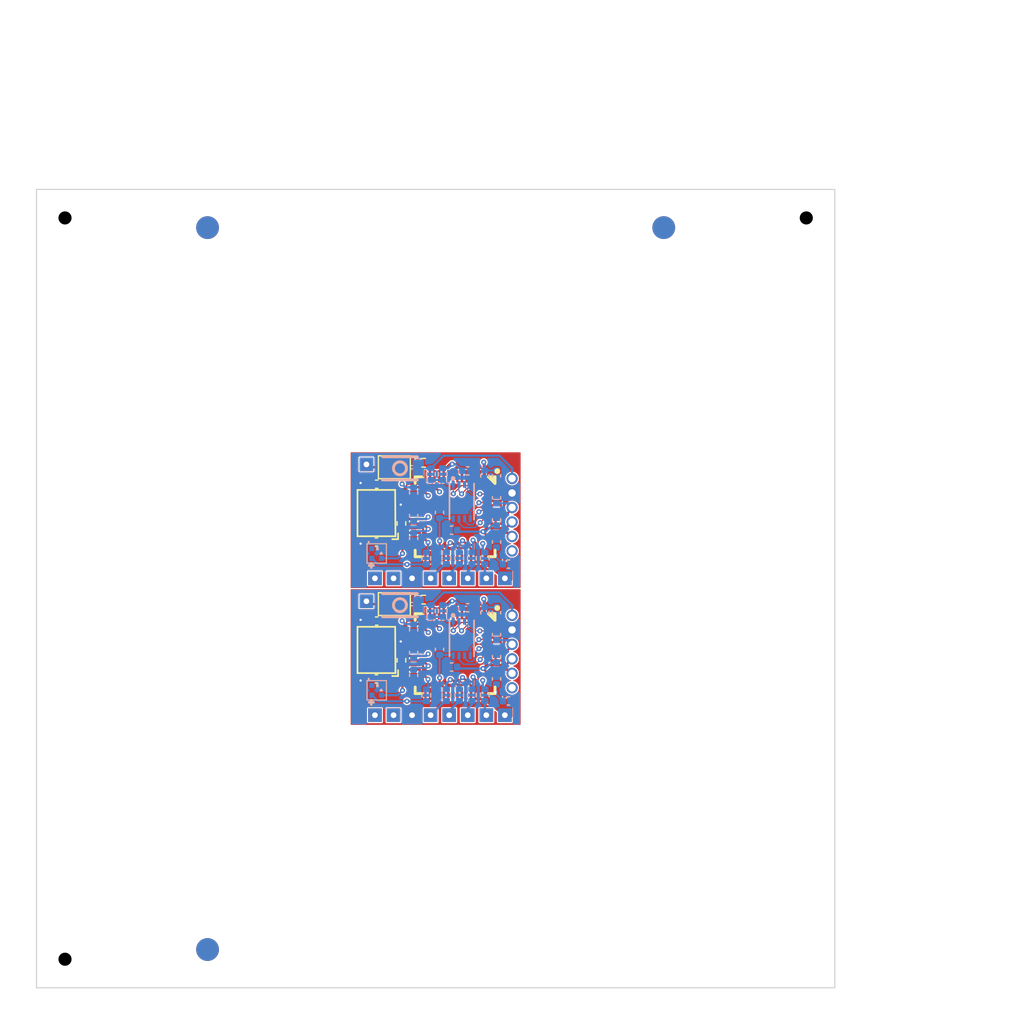
<source format=kicad_pcb>
(kicad_pcb (version 20221018) (generator pcbnew)
  (layers (0 "F.Cu" signal) (1 "In1.Cu" signal) (2 "In2.Cu" signal) (31 "B.Cu" signal) (34 "B.Paste" user) (35 "F.Paste" user) (36 "B.SilkS" user "B.Silkscreen") (37 "F.SilkS" user "F.Silkscreen") (38 "B.Mask" user) (39 "F.Mask" user) (44 "Edge.Cuts" user))
  (net 0 "")
  (net 1 "Board_0-+1V1")
  (net 2 "Board_0-+3V3")
  (net 3 "Board_0-BOOT")
  (net 4 "Board_0-D+")
  (net 5 "Board_0-D-")
  (net 6 "Board_0-DBG_CLK")
  (net 7 "Board_0-DBG_DAT")
  (net 8 "Board_0-GND")
  (net 9 "Board_0-LED_DATA")
  (net 10 "Board_0-NS_CLK")
  (net 11 "Board_0-NS_CMD")
  (net 12 "Board_0-NS_CPU")
  (net 13 "Board_0-NS_D0")
  (net 14 "Board_0-NS_RST")
  (net 15 "Board_0-NS_SCL")
  (net 16 "Board_0-NS_SDA")
  (net 17 "Board_0-Net-(JP1-B)")
  (net 18 "Board_0-Net-(U1-GPIO26_ADC0)")
  (net 19 "Board_0-Net-(U1-GPIO27_ADC1)")
  (net 20 "Board_0-Net-(U1-GPIO28_ADC2)")
  (net 21 "Board_0-Net-(U1-GPIO29_ADC3)")
  (net 22 "Board_0-Net-(X1-OSC1)")
  (net 23 "Board_0-QSPI_CS")
  (net 24 "Board_0-QSPI_SCK")
  (net 25 "Board_0-QSPI_SD0")
  (net 26 "Board_0-QSPI_SD1")
  (net 27 "Board_0-QSPI_SD2")
  (net 28 "Board_0-QSPI_SD3")
  (net 29 "Board_0-RST")
  (net 30 "Board_0-XIN")
  (net 31 "Board_0-XOUT")
  (net 32 "Board_0-unconnected-(U1-GPIO0-Pad2)")
  (net 33 "Board_0-unconnected-(U1-GPIO1-Pad3)")
  (net 34 "Board_0-unconnected-(U1-GPIO10-Pad13)")
  (net 35 "Board_0-unconnected-(U1-GPIO11-Pad14)")
  (net 36 "Board_0-unconnected-(U1-GPIO14-Pad17)")
  (net 37 "Board_0-unconnected-(U1-GPIO17-Pad28)")
  (net 38 "Board_0-unconnected-(U1-GPIO18-Pad29)")
  (net 39 "Board_0-unconnected-(U1-GPIO19-Pad30)")
  (net 40 "Board_0-unconnected-(U1-GPIO2-Pad4)")
  (net 41 "Board_0-unconnected-(U1-GPIO20-Pad31)")
  (net 42 "Board_0-unconnected-(U1-GPIO21-Pad32)")
  (net 43 "Board_0-unconnected-(U1-GPIO22-Pad34)")
  (net 44 "Board_0-unconnected-(U1-GPIO23-Pad35)")
  (net 45 "Board_0-unconnected-(U1-GPIO24-Pad36)")
  (net 46 "Board_0-unconnected-(U1-GPIO25-Pad37)")
  (net 47 "Board_0-unconnected-(U1-GPIO3-Pad5)")
  (net 48 "Board_0-unconnected-(U1-GPIO4-Pad6)")
  (net 49 "Board_0-unconnected-(U1-GPIO5-Pad7)")
  (net 50 "Board_0-unconnected-(U1-GPIO6-Pad8)")
  (net 51 "Board_0-unconnected-(U1-GPIO7-Pad9)")
  (net 52 "Board_0-unconnected-(U1-GPIO8-Pad11)")
  (net 53 "Board_0-unconnected-(U1-GPIO9-Pad12)")
  (net 54 "Board_0-unconnected-(U5-DOUT-Pad1)")
  (net 55 "Board_1-+1V1")
  (net 56 "Board_1-+3V3")
  (net 57 "Board_1-BOOT")
  (net 58 "Board_1-D+")
  (net 59 "Board_1-D-")
  (net 60 "Board_1-DBG_CLK")
  (net 61 "Board_1-DBG_DAT")
  (net 62 "Board_1-GND")
  (net 63 "Board_1-LED_DATA")
  (net 64 "Board_1-NS_CLK")
  (net 65 "Board_1-NS_CMD")
  (net 66 "Board_1-NS_CPU")
  (net 67 "Board_1-NS_D0")
  (net 68 "Board_1-NS_RST")
  (net 69 "Board_1-NS_SCL")
  (net 70 "Board_1-NS_SDA")
  (net 71 "Board_1-Net-(JP1-B)")
  (net 72 "Board_1-Net-(U1-GPIO26_ADC0)")
  (net 73 "Board_1-Net-(U1-GPIO27_ADC1)")
  (net 74 "Board_1-Net-(U1-GPIO28_ADC2)")
  (net 75 "Board_1-Net-(U1-GPIO29_ADC3)")
  (net 76 "Board_1-Net-(X1-OSC1)")
  (net 77 "Board_1-QSPI_CS")
  (net 78 "Board_1-QSPI_SCK")
  (net 79 "Board_1-QSPI_SD0")
  (net 80 "Board_1-QSPI_SD1")
  (net 81 "Board_1-QSPI_SD2")
  (net 82 "Board_1-QSPI_SD3")
  (net 83 "Board_1-RST")
  (net 84 "Board_1-XIN")
  (net 85 "Board_1-XOUT")
  (net 86 "Board_1-unconnected-(U1-GPIO0-Pad2)")
  (net 87 "Board_1-unconnected-(U1-GPIO1-Pad3)")
  (net 88 "Board_1-unconnected-(U1-GPIO10-Pad13)")
  (net 89 "Board_1-unconnected-(U1-GPIO11-Pad14)")
  (net 90 "Board_1-unconnected-(U1-GPIO14-Pad17)")
  (net 91 "Board_1-unconnected-(U1-GPIO17-Pad28)")
  (net 92 "Board_1-unconnected-(U1-GPIO18-Pad29)")
  (net 93 "Board_1-unconnected-(U1-GPIO19-Pad30)")
  (net 94 "Board_1-unconnected-(U1-GPIO2-Pad4)")
  (net 95 "Board_1-unconnected-(U1-GPIO20-Pad31)")
  (net 96 "Board_1-unconnected-(U1-GPIO21-Pad32)")
  (net 97 "Board_1-unconnected-(U1-GPIO22-Pad34)")
  (net 98 "Board_1-unconnected-(U1-GPIO23-Pad35)")
  (net 99 "Board_1-unconnected-(U1-GPIO24-Pad36)")
  (net 100 "Board_1-unconnected-(U1-GPIO25-Pad37)")
  (net 101 "Board_1-unconnected-(U1-GPIO3-Pad5)")
  (net 102 "Board_1-unconnected-(U1-GPIO4-Pad6)")
  (net 103 "Board_1-unconnected-(U1-GPIO5-Pad7)")
  (net 104 "Board_1-unconnected-(U1-GPIO6-Pad8)")
  (net 105 "Board_1-unconnected-(U1-GPIO7-Pad9)")
  (net 106 "Board_1-unconnected-(U1-GPIO8-Pad11)")
  (net 107 "Board_1-unconnected-(U1-GPIO9-Pad12)")
  (net 108 "Board_1-unconnected-(U5-DOUT-Pad1)")
  (footprint "kicad_lceda:TH_Pads_1x1_P1.20mml" (layer "F.Cu") (at 144.81 54.1 -90)
    (fp_text reference "J6" hide)
    (fp_text value "Conn_01x01")
  )
  (footprint "Fiducial" (layer "F.Cu") (at 168.5 23.35)
    (fp_text reference "REF**" hide)
    (fp_text value "Fiducial" hide)
  )
  (footprint "kicad_lceda:TH_Pads_1x1_P1.20mml" (layer "F.Cu") (at 143.1775 54.1)
    (fp_text reference "J7" hide)
    (fp_text value "Conn_01x01")
  )
  (footprint "kicad_lceda:TH_Pads_1x1_P1.20mml" (layer "F.Cu") (at 149.6875 54.1 90)
    (fp_text reference "J3" hide)
    (fp_text value "Conn_01x01")
  )
  (footprint "Resistor_SMD:R_0402_1005Metric" (layer "F.Cu") (at 147.45 43.97)
    (fp_text reference "R12" hide)
    (fp_text value "10k")
  )
  (footprint "NPTH" (layer "F.Cu") (at 116 87.5)
    (fp_text reference "REF**" hide)
    (fp_text value "NPTH" hide)
  )
  (footprint "NPTH" (layer "F.Cu") (at 181 22.5)
    (fp_text reference "REF**" hide)
    (fp_text value "NPTH" hide)
  )
  (footprint "NPTH" (layer "F.Cu") (at 116 22.5)
    (fp_text reference "REF**" hide)
    (fp_text value "NPTH" hide)
  )
  (footprint "Capacitor_SMD:C_0402_1005Metric" (layer "F.Cu") (at 143.33 57.85)
    (fp_text reference "C3" hide)
    (fp_text value "27pF,50V,C0G ")
  )
  (footprint "kicad_lceda:TH_Pads_1x1_P1.20mml" (layer "F.Cu") (at 152.9425 54.1)
    (fp_text reference "J5" hide)
    (fp_text value "Conn_01x01")
  )
  (footprint "kicad_lceda:TH_Pads_1x1_P1.20mml" (layer "F.Cu") (at 143.1775 66.1)
    (fp_text reference "J7" hide)
    (fp_text value "Conn_01x01")
  )
  (footprint "kicad_lceda:ProgPins_1x06_P1.27mm" (layer "F.Cu") (at 155.2 51.7 180)
    (fp_text reference "J8" hide)
    (fp_text value "Conn_01x06")
  )
  (footprint "Fiducial" (layer "F.Cu") (at 128.5 86.65)
    (fp_text reference "REF**" hide)
    (fp_text value "Fiducial" hide)
  )
  (footprint "kicad_lceda:OSC-SMD_4P-L3.2-W2.5-BL" (layer "F.Cu") (at 143.297 60.383 90)
    (fp_text reference "X1" hide)
    (fp_text value "SMD-3225_4P_12.000MHZ_9PF")
  )
  (footprint "Resistor_SMD:R_0402_1005Metric" (layer "F.Cu") (at 147.45 55.97)
    (fp_text reference "R12" hide)
    (fp_text value "10k")
  )
  (footprint "kicad_lceda:OSC-SMD_4P-L3.2-W2.5-BL" (layer "F.Cu") (at 143.297 48.383 90)
    (fp_text reference "X1" hide)
    (fp_text value "SMD-3225_4P_12.000MHZ_9PF")
  )
  (footprint "Resistor_SMD:R_0402_1005Metric" (layer "F.Cu") (at 145.5 49.29 90)
    (fp_text reference "R1" hide)
    (fp_text value "1k")
  )
  (footprint "kicad_lceda:TH_Pads_1x1_P1.20mml" (layer "F.Cu") (at 142.43 56.11 90)
    (fp_text reference "J1" hide)
    (fp_text value "Conn_01x01")
  )
  (footprint "kicad_lceda:TH_Pads_1x1_P1.20mml" (layer "F.Cu") (at 148.06 54.1 90)
    (fp_text reference "J2" hide)
    (fp_text value "Conn_01x01")
  )
  (footprint "kicad_lceda:TH_Pads_1x1_P1.20mml" (layer "F.Cu") (at 144.81 66.1 -90)
    (fp_text reference "J6" hide)
    (fp_text value "Conn_01x01")
  )
  (footprint "kicad_lceda:TH_Pads_1x1_P1.20mml" (layer "F.Cu") (at 142.43 44.11 90)
    (fp_text reference "J1" hide)
    (fp_text value "Conn_01x01")
  )
  (footprint "kicad_lceda:LQFN-56_L7.0-W7.0-P0.4-EP" (layer "F.Cu") (at 150.205 60.705 -90)
    (fp_text reference "U1" hide)
    (fp_text value "RP2040")
  )
  (footprint "kicad_lceda:SolderJumper-2_P1.3mm_Open_TrianglePad1.0x1.5mm_Sm" (layer "F.Cu") (at 144.88 44.36)
    (fp_text reference "JP1" hide)
    (fp_text value "Jumper_2_Open")
  )
  (footprint "Resistor_SMD:R_0402_1005Metric" (layer "F.Cu") (at 145.5 61.29 90)
    (fp_text reference "R1" hide)
    (fp_text value "1k")
  )
  (footprint "Capacitor_SMD:C_0402_1005Metric" (layer "F.Cu") (at 143.31 62.92)
    (fp_text reference "C1" hide)
    (fp_text value "27pF,50V,C0G ")
  )
  (footprint "kicad_lceda:TH_Pads_1x1_P1.20mml" (layer "F.Cu") (at 149.6875 66.1 90)
    (fp_text reference "J3" hide)
    (fp_text value "Conn_01x01")
  )
  (footprint "kicad_lceda:TH_Pads_1x1_P1.20mml" (layer "F.Cu") (at 154.57 54.1)
    (fp_text reference "J10" hide)
    (fp_text value "Conn_01x01")
  )
  (footprint "kicad_lceda:TH_Pads_1x1_P1.20mml" (layer "F.Cu") (at 152.9425 66.1)
    (fp_text reference "J5" hide)
    (fp_text value "Conn_01x01")
  )
  (footprint "kicad_lceda:TH_Pads_1x1_P1.20mml" (layer "F.Cu") (at 151.315 66.1 90)
    (fp_text reference "J4" hide)
    (fp_text value "Conn_01x01")
  )
  (footprint "Capacitor_SMD:C_0402_1005Metric" (layer "F.Cu") (at 143.33 45.85)
    (fp_text reference "C3" hide)
    (fp_text value "27pF,50V,C0G ")
  )
  (footprint "kicad_lceda:SolderJumper-2_P1.3mm_Open_TrianglePad1.0x1.5mm_Sm" (layer "F.Cu") (at 144.88 56.36)
    (fp_text reference "JP1" hide)
    (fp_text value "Jumper_2_Open")
  )
  (footprint "kicad_lceda:TH_Pads_1x1_P1.20mml" (layer "F.Cu") (at 151.315 54.1 90)
    (fp_text reference "J4" hide)
    (fp_text value "Conn_01x01")
  )
  (footprint "Fiducial" (layer "F.Cu") (at 128.5 23.35)
    (fp_text reference "REF**" hide)
    (fp_text value "Fiducial" hide)
  )
  (footprint "kicad_lceda:TH_Pads_1x1_P1.20mml" (layer "F.Cu") (at 146.4325 54.1)
    (fp_text reference "J9" hide)
    (fp_text value "Conn_01x01")
  )
  (footprint "kicad_lceda:TH_Pads_1x1_P1.20mml" (layer "F.Cu") (at 148.06 66.1 90)
    (fp_text reference "J2" hide)
    (fp_text value "Conn_01x01")
  )
  (footprint "kicad_lceda:TH_Pads_1x1_P1.20mml" (layer "F.Cu") (at 146.4325 66.1)
    (fp_text reference "J9" hide)
    (fp_text value "Conn_01x01")
  )
  (footprint "kicad_lceda:TH_Pads_1x1_P1.20mml" (layer "F.Cu") (at 154.57 66.1)
    (fp_text reference "J10" hide)
    (fp_text value "Conn_01x01")
  )
  (footprint "Capacitor_SMD:C_0402_1005Metric" (layer "F.Cu") (at 143.31 50.92)
    (fp_text reference "C1" hide)
    (fp_text value "27pF,50V,C0G ")
  )
  (footprint "kicad_lceda:LQFN-56_L7.0-W7.0-P0.4-EP" (layer "F.Cu") (at 150.205 48.705 -90)
    (fp_text reference "U1" hide)
    (fp_text value "RP2040")
  )
  (footprint "kicad_lceda:ProgPins_1x06_P1.27mm" (layer "F.Cu") (at 155.2 63.7 180)
    (fp_text reference "J8" hide)
    (fp_text value "Conn_01x06")
  )
  (footprint "kicad_lceda:LED-SMD_4P-L1.0-W1.0-TL_XL-1010RGBC-WS2812B" (layer "B.Cu") (at 143.33 51.92 -90)
    (fp_text reference "U5" hide)
    (fp_text value "XL-1010RGBC-WS2812B")
  )
  (footprint "Resistor_SMD:R_0402_1005Metric" (layer "B.Cu") (at 152.81 64.34 -90)
    (fp_text reference "R11" hide)
    (fp_text value "47")
  )
  (footprint "Capacitor_SMD:C_0402_1005Metric" (layer "B.Cu") (at 146.57 50.6 -90)
    (fp_text reference "C4" hide)
    (fp_text value "100nF,16V,X7R ")
  )
  (footprint "Resistor_SMD:R_0402_1005Metric" (layer "B.Cu") (at 149.44 52.34 -90)
    (fp_text reference "R8" hide)
    (fp_text value "47")
  )
  (footprint "Capacitor_SMD:C_0402_1005Metric" (layer "B.Cu") (at 151.31 44.68)
    (fp_text reference "C12" hide)
    (fp_text value "100nF,16V,X7R ")
  )
  (footprint "Resistor_SMD:R_0402_1005Metric" (layer "B.Cu") (at 150.57 52.34 -90)
    (fp_text reference "R9" hide)
    (fp_text value "47")
  )
  (footprint "Capacitor_SMD:C_0402_1005Metric" (layer "B.Cu") (at 154.88 64.85 180)
    (fp_text reference "C6" hide)
    (fp_text value "1uF,25V,X5R ")
  )
  (footprint "Capacitor_SMD:C_0402_1005Metric" (layer "B.Cu") (at 153.84 50.915 90)
    (fp_text reference "C8" hide)
    (fp_text value "100nF,16V,X7R ")
  )
  (footprint "Resistor_SMD:R_0402_1005Metric" (layer "B.Cu") (at 148.09 56.965 -90)
    (fp_text reference "R5" hide)
    (fp_text value "1k")
  )
  (footprint "Fiducial" (layer "B.Cu") (at 128.5 23.35)
    (fp_text reference "REF**" hide)
    (fp_text value "Fiducial" hide)
  )
  (footprint "Capacitor_SMD:C_0402_1005Metric" (layer "B.Cu") (at 146.57 62.6 -90)
    (fp_text reference "C4" hide)
    (fp_text value "100nF,16V,X7R ")
  )
  (footprint "Capacitor_SMD:C_0402_1005Metric" (layer "B.Cu") (at 146.57 46.61 -90)
    (fp_text reference "C13" hide)
    (fp_text value "100nF,16V,X7R ")
  )
  (footprint "Resistor_SMD:R_0402_1005Metric" (layer "B.Cu") (at 149.44 64.34 -90)
    (fp_text reference "R8" hide)
    (fp_text value "47")
  )
  (footprint "Resistor_SMD:R_0402_1005Metric" (layer "B.Cu") (at 150.57 64.34 -90)
    (fp_text reference "R9" hide)
    (fp_text value "47")
  )
  (footprint "Resistor_SMD:R_0402_1005Metric" (layer "B.Cu") (at 151.68 52.34 -90)
    (fp_text reference "R10" hide)
    (fp_text value "47")
  )
  (footprint "Resistor_SMD:R_0402_1005Metric" (layer "B.Cu") (at 152.81 52.34 -90)
    (fp_text reference "R11" hide)
    (fp_text value "47")
  )
  (footprint "Resistor_SMD:R_0402_1005Metric" (layer "B.Cu") (at 148.09 44.965 -90)
    (fp_text reference "R5" hide)
    (fp_text value "1k")
  )
  (footprint "Resistor_SMD:R_0402_1005Metric" (layer "B.Cu") (at 149.115 44.965 -90)
    (fp_text reference "R6" hide)
    (fp_text value "10k")
  )
  (footprint "Capacitor_SMD:C_0402_1005Metric" (layer "B.Cu") (at 153.84 59.045 90)
    (fp_text reference "C10" hide)
    (fp_text value "100nF,16V,X7R ")
  )
  (footprint "Resistor_SMD:R_0402_1005Metric" (layer "B.Cu") (at 147.68 64.35 90)
    (fp_text reference "R2" hide)
    (fp_text value "10k")
  )
  (footprint "Fiducial" (layer "B.Cu") (at 128.5 86.65)
    (fp_text reference "REF**" hide)
    (fp_text value "Fiducial" hide)
  )
  (footprint "Capacitor_SMD:C_0402_1005Metric" (layer "B.Cu") (at 153.84 48.98 90)
    (fp_text reference "C5" hide)
    (fp_text value "1uF,25V,X5R ")
  )
  (footprint "Capacitor_SMD:C_0402_1005Metric" (layer "B.Cu") (at 153.84 57.11 -90)
    (fp_text reference "C11" hide)
    (fp_text value "100nF,16V,X7R ")
  )
  (footprint "Capacitor_SMD:C_0402_1005Metric" (layer "B.Cu") (at 152.81 45.12 -90)
    (fp_text reference "C9" hide)
    (fp_text value "100nF,16V,X7R ")
  )
  (footprint "Resistor_SMD:R_0402_1005Metric" (layer "B.Cu") (at 149.115 56.965 -90)
    (fp_text reference "R6" hide)
    (fp_text value "10k")
  )
  (footprint "Capacitor_SMD:C_0402_1005Metric" (layer "B.Cu") (at 151.31 56.68)
    (fp_text reference "C12" hide)
    (fp_text value "100nF,16V,X7R ")
  )
  (footprint "Capacitor_SMD:C_0402_1005Metric" (layer "B.Cu") (at 153.84 45.11 -90)
    (fp_text reference "C11" hide)
    (fp_text value "100nF,16V,X7R ")
  )
  (footprint "Fiducial" (layer "B.Cu") (at 168.5 23.35)
    (fp_text reference "REF**" hide)
    (fp_text value "Fiducial" hide)
  )
  (footprint "Capacitor_SMD:C_0402_1005Metric" (layer "B.Cu") (at 149.9 49.88 180)
    (fp_text reference "C2" hide)
    (fp_text value "100nF,16V,X7R ")
  )
  (footprint "Capacitor_SMD:C_0402_1005Metric" (layer "B.Cu") (at 153.84 62.915 90)
    (fp_text reference "C8" hide)
    (fp_text value "100nF,16V,X7R ")
  )
  (footprint "Capacitor_SMD:C_0402_1005Metric" (layer "B.Cu") (at 146.57 60.605 90)
    (fp_text reference "C7" hide)
    (fp_text value "100nF,16V,X7R ")
  )
  (footprint "Capacitor_SMD:C_0402_1005Metric" (layer "B.Cu") (at 148.84 48.33 90)
    (fp_text reference "C14" hide)
    (fp_text value "100nF,16V,X7R ")
  )
  (footprint "kicad_lceda:LED-SMD_4P-L1.0-W1.0-TL_XL-1010RGBC-WS2812B" (layer "B.Cu") (at 143.33 63.92 -90)
    (fp_text reference "U5" hide)
    (fp_text value "XL-1010RGBC-WS2812B")
  )
  (footprint "Capacitor_SMD:C_0402_1005Metric" (layer "B.Cu") (at 146.57 58.61 -90)
    (fp_text reference "C13" hide)
    (fp_text value "100nF,16V,X7R ")
  )
  (footprint "kicad_lceda:USON-8_L3.0-W2.0-P0.50-BL-EP" (layer "B.Cu") (at 150.79 59.368)
    (fp_text reference "U2" hide)
    (fp_text value "W25Q16JVUXIQ")
  )
  (footprint "Capacitor_SMD:C_0402_1005Metric" (layer "B.Cu") (at 148.84 60.33 90)
    (fp_text reference "C14" hide)
    (fp_text value "100nF,16V,X7R ")
  )
  (footprint "Capacitor_SMD:C_0402_1005Metric" (layer "B.Cu") (at 153.84 47.045 90)
    (fp_text reference "C10" hide)
    (fp_text value "100nF,16V,X7R ")
  )
  (footprint "kicad_lceda:USON-8_L3.0-W2.0-P0.50-BL-EP" (layer "B.Cu") (at 150.79 47.368)
    (fp_text reference "U2" hide)
    (fp_text value "W25Q16JVUXIQ")
  )
  (footprint "Capacitor_SMD:C_0402_1005Metric" (layer "B.Cu") (at 149.9 61.88 180)
    (fp_text reference "C2" hide)
    (fp_text value "100nF,16V,X7R ")
  )
  (footprint "Resistor_SMD:R_0402_1005Metric" (layer "B.Cu") (at 151.68 64.34 -90)
    (fp_text reference "R10" hide)
    (fp_text value "47")
  )
  (footprint "Capacitor_SMD:C_0402_1005Metric" (layer "B.Cu") (at 153.84 60.98 90)
    (fp_text reference "C5" hide)
    (fp_text value "1uF,25V,X5R ")
  )
  (footprint "Capacitor_SMD:C_0402_1005Metric" (layer "B.Cu") (at 146.57 48.605 90)
    (fp_text reference "C7" hide)
    (fp_text value "100nF,16V,X7R ")
  )
  (footprint "kicad_lceda:KEY-SMD_L3.0-W2.0-LS3.5" (layer "B.Cu") (at 145.37 44.455 180)
    (fp_text reference "SW1" hide)
    (fp_text value "EVPAWED40")
  )
  (footprint "kicad_lceda:KEY-SMD_L3.0-W2.0-LS3.5" (layer "B.Cu") (at 145.37 56.455 180)
    (fp_text reference "SW1" hide)
    (fp_text value "EVPAWED40")
  )
  (footprint "Resistor_SMD:R_0402_1005Metric" (layer "B.Cu") (at 147.68 52.35 90)
    (fp_text reference "R2" hide)
    (fp_text value "10k")
  )
  (footprint "Capacitor_SMD:C_0402_1005Metric" (layer "B.Cu") (at 154.88 52.85 180)
    (fp_text reference "C6" hide)
    (fp_text value "1uF,25V,X5R ")
  )
  (footprint "Capacitor_SMD:C_0402_1005Metric" (layer "B.Cu") (at 152.81 57.12 -90)
    (fp_text reference "C9" hide)
    (fp_text value "100nF,16V,X7R ")
  )
  (gr_line (start 113.5 90) (end 183.5 90) (stroke (width 0.1)) (layer "Edge.Cuts"))
  (gr_line (start 183.5 20) (end 113.5 20) (stroke (width 0.1)) (layer "Edge.Cuts"))
  (gr_line (start 113.5 90) (end 113.5 90) (stroke (width 0.1)) (layer "Edge.Cuts"))
  (gr_line (start 113.5 20) (end 113.5 90) (stroke (width 0.1)) (layer "Edge.Cuts"))
  (gr_line (start 183.5 90) (end 183.5 20) (stroke (width 0.1)) (layer "Edge.Cuts"))
  (segment (start 147.37 49.305) (end 147.85 49.785) (width 0.2) (layer "F.Cu") (net 1))
  (segment (start 153.1272 48.505) (end 153.755 48.505) (width 0.2) (layer "F.Cu") (net 1))
  (segment (start 152.66 50.01) (end 153.155 50.505) (width 0.2) (layer "F.Cu") (net 1))
  (segment (start 153.01 49.66) (end 153.01 48.6222) (width 0.2) (layer "F.Cu") (net 1))
  (segment (start 146.655 49.305) (end 147.37 49.305) (width 0.2) (layer "F.Cu") (net 1))
  (segment (start 153.01 48.6222) (end 153.1272 48.505) (width 0.2) (layer "F.Cu") (net 1))
  (segment (start 152.66 50.01) (end 153.01 49.66) (width 0.2) (layer "F.Cu") (net 1))
  (segment (start 153.155 50.505) (end 153.755 50.505) (width 0.2) (layer "F.Cu") (net 1))
  (via (at 147.85 49.785) (size 0.45) (drill 0.2) (layers "F.Cu" "B.Cu") (net 1))
  (via (at 152.66 50.01) (size 0.45) (drill 0.2) (layers "F.Cu" "B.Cu") (net 1))
  (segment (start 152.66 50.01) (end 150.51 50.01) (width 0.2) (layer "B.Cu") (net 1))
  (segment (start 146.57 50.12) (end 146.72 49.97) (width 0.2) (layer "B.Cu") (net 1))
  (segment (start 152.89 50.01) (end 153.44 49.46) (width 0.2) (layer "B.Cu") (net 1))
  (segment (start 150.51 50.01) (end 150.38 49.88) (width 0.2) (layer "B.Cu") (net 1))
  (segment (start 152.66 50.01) (end 152.89 50.01) (width 0.2) (layer "B.Cu") (net 1))
  (segment (start 146.72 49.97) (end 147.665 49.97) (width 0.2) (layer "B.Cu") (net 1))
  (segment (start 147.665 49.97) (end 147.85 49.785) (width 0.2) (layer "B.Cu") (net 1))
  (segment (start 153.44 49.46) (end 153.84 49.46) (width 0.2) (layer "B.Cu") (net 1))
  (segment (start 152.72 45.07) (end 152.805 45.155) (width 0.2) (layer "F.Cu") (net 2))
  (segment (start 148.855 50.83) (end 148.855 51.2772) (width 0.2) (layer "F.Cu") (net 2))
  (segment (start 146.655 48.905) (end 147.665 48.905) (width 0.2) (layer "F.Cu") (net 2))
  (segment (start 152.72 43.92) (end 152.72 45.07) (width 0.2) (layer "F.Cu") (net 2))
  (segment (start 155.2 48) (end 155.2 47.89) (width 0.2) (layer "F.Cu") (net 2))
  (segment (start 149.205 44.625) (end 149.205 45.155) (width 0.2) (layer "F.Cu") (net 2))
  (segment (start 149.205 51.6272) (end 149.205 52.255) (width 0.2) (layer "F.Cu") (net 2))
  (segment (start 153.755 48.905) (end 154.295 48.905) (width 0.2) (layer "F.Cu") (net 2))
  (segment (start 154.295 48.905) (end 155.2 48) (width 0.2) (layer "F.Cu") (net 2))
  (segment (start 147.665 48.905) (end 147.84 48.73) (width 0.2) (layer "F.Cu") (net 2))
  (segment (start 149.74 44.09) (end 149.205 44.625) (width 0.2) (layer "F.Cu") (net 2))
  (segment (start 153.755 48.905) (end 153.755 49.305) (width 0.2) (layer "F.Cu") (net 2))
  (segment (start 153.755 52.09) (end 153.755 51.305) (width 0.1) (layer "F.Cu") (net 2))
  (segment (start 149.955 44.09) (end 149.74 44.09) (width 0.2) (layer "F.Cu") (net 2))
  (segment (start 148.855 51.2772) (end 149.205 51.6272) (width 0.2) (layer "F.Cu") (net 2))
  (via (at 152.72 43.92) (size 0.45) (drill 0.2) (layers "F.Cu" "B.Cu") (net 2))
  (via (at 145.98 52.88) (size 0.45) (drill 0.2) (layers "F.Cu" "B.Cu") (net 2))
  (via (at 145.56 45.83) (size 0.45) (drill 0.2) (layers "F.Cu" "B.Cu") (net 2))
  (via (at 149.955 44.09) (size 0.45) (drill 0.2) (layers "F.Cu" "B.Cu") (net 2))
  (via (at 147.84 48.73) (size 0.45) (drill 0.2) (layers "F.Cu" "B.Cu") (net 2))
  (via (at 153.755 52.09) (size 0.45) (drill 0.2) (layers "F.Cu" "B.Cu") (net 2))
  (via (at 148.855 50.83) (size 0.45) (drill 0.2) (layers "F.Cu" "B.Cu") (net 2))
  (segment (start 149.595 44.45) (end 149.955 44.09) (width 0.2) (layer "B.Cu") (net 2))
  (segment (start 143.44 52.88) (end 145.98 52.88) (width 0.2) (layer "B.Cu") (net 2))
  (segment (start 153.84 47.525) (end 154.988873 47.525) (width 0.2) (layer "B.Cu") (net 2))
  (segment (start 148.855 50.83) (end 148.84 50.815) (width 0.2) (layer "B.Cu") (net 2))
  (segment (start 148.84 50.815) (end 148.84 48.81) (width 0.2) (layer "B.Cu") (net 2))
  (segment (start 148.84 48.81) (end 149.975 48.81) (width 0.2) (layer "B.Cu") (net 2))
  (segment (start 149.955 44.09) (end 150.24 44.09) (width 0.2) (layer "B.Cu") (net 2))
  (segment (start 149.115 44.455) (end 149.12 44.45) (width 0.2) (layer "B.Cu") (net 2))
  (segment (start 147.67 48.9) (end 147.84 48.73) (width 0.2) (layer "B.Cu") (net 2))
  (segment (start 146.755 48.9) (end 147.67 48.9) (width 0.2) (layer "B.Cu") (net 2))
  (segment (start 150.24 44.09) (end 150.83 44.68) (width 0.2) (layer "B.Cu") (net 2))
  (segment (start 149.12 44.45) (end 149.595 44.45) (width 0.2) (layer "B.Cu") (net 2))
  (segment (start 152.81 44.64) (end 153.83 44.64) (width 0.2) (layer "B.Cu") (net 2))
  (segment (start 146.57 46.13) (end 145.86 46.13) (width 0.2) (layer "B.Cu") (net 2))
  (segment (start 153.755 52.09) (end 153.755 51.48) (width 0.2) (layer "B.Cu") (net 2))
  (segment (start 147.66 52.88) (end 147.68 52.86) (width 0.2) (layer "B.Cu") (net 2))
  (segment (start 153.755 51.48) (end 153.84 51.395) (width 0.2) (layer "B.Cu") (net 2))
  (segment (start 145.86 46.13) (end 145.56 45.83) (width 0.2) (layer "B.Cu") (net 2))
  (segment (start 153.755 52.205) (end 154.4 52.85) (width 0.2) (layer "B.Cu") (net 2))
  (segment (start 153.83 44.64) (end 153.84 44.63) (width 0.2) (layer "B.Cu") (net 2))
  (segment (start 142.905 52.345) (end 143.44 52.88) (width 0.2) (layer "B.Cu") (net 2))
  (segment (start 152.81 44.64) (end 152.81 44.01) (width 0.2) (layer "B.Cu") (net 2))
  (segment (start 149.975 48.81) (end 150.04 48.875) (width 0.2) (layer "B.Cu") (net 2))
  (segment (start 152.81 44.01) (end 152.72 43.92) (width 0.2) (layer "B.Cu") (net 2))
  (segment (start 145.98 52.88) (end 147.66 52.88) (width 0.2) (layer "B.Cu") (net 2))
  (segment (start 146.57 49.085) (end 146.755 48.9) (width 0.2) (layer "B.Cu") (net 2))
  (segment (start 153.755 52.09) (end 153.755 52.205) (width 0.2) (layer "B.Cu") (net 2))
  (segment (start 154.988873 47.525) (end 155.255753 47.79188) (width 0.2) (layer "B.Cu") (net 2))
  (segment (start 148.09 44.455) (end 149.2 43.345) (width 0.2) (layer "B.Cu") (net 3))
  (segment (start 146.97 44.455) (end 148.09 44.455) (width 0.2) (layer "B.Cu") (net 3))
  (segment (start 155.2 44.45) (end 155.2 45.35) (width 0.2) (layer "B.Cu") (net 3))
  (segment (start 154.095 43.345) (end 155.2 44.45) (width 0.2) (layer "B.Cu") (net 3))
  (segment (start 149.2 43.345) (end 154.095 43.345) (width 0.2) (layer "B.Cu") (net 3))
  (segment (start 154.655 49.705) (end 155.2 49.16) (width 0.2) (layer "F.Cu") (net 4))
  (segment (start 153.755 49.705) (end 154.655 49.705) (width 0.2) (layer "F.Cu") (net 4))
  (segment (start 153.755 50.105) (end 154.875 50.105) (width 0.2) (layer "F.Cu") (net 5))
  (segment (start 154.875 50.105) (end 155.2 50.43) (width 0.2) (layer "F.Cu") (net 5))
  (segment (start 142.422 50.512) (end 142.422 49.483) (width 0.1) (layer "F.Cu") (net 8))
  (segment (start 144.172 46.212) (end 144.172 47.283) (width 0.1) (layer "F.Cu") (net 8))
  (segment (start 143.81 45.85) (end 144.172 46.212) (width 0.1) (layer "F.Cu") (net 8))
  (segment (start 142.83 50.92) (end 142.422 50.512) (width 0.1) (layer "F.Cu") (net 8))
  (via (at 145.44 47.64) (size 0.45) (drill 0.2) (layers "F.Cu" "B.Cu") (net 8))
  (via (at 141.92 51.06) (size 0.45) (drill 0.2) (layers "F.Cu" "B.Cu") (net 8))
  (via (at 141.92 45.74) (size 0.45) (drill 0.2) (layers "F.Cu" "B.Cu") (net 8))
  (segment (start 146.655 50.905) (end 145.905 50.905) (width 0.2) (layer "F.Cu") (net 9))
  (segment (start 145.905 50.905) (end 145.59 51.22) (width 0.2) (layer "F.Cu") (net 9))
  (segment (start 145.59 51.22) (end 145.59 51.93) (width 0.2) (layer "F.Cu") (net 9))
  (via (at 145.59 51.93) (size 0.45) (drill 0.2) (layers "F.Cu" "B.Cu") (net 9))
  (segment (start 145.175 52.345) (end 143.755 52.345) (width 0.2) (layer "B.Cu") (net 9))
  (segment (start 145.59 51.93) (end 145.175 52.345) (width 0.2) (layer "B.Cu") (net 9))
  (segment (start 150.57 52.85) (end 149.6875 53.7325) (width 0.2) (layer "B.Cu") (net 10))
  (segment (start 149.6875 53.7325) (end 149.6875 54.1) (width 0.2) (layer "B.Cu") (net 10))
  (segment (start 151.68 52.85) (end 151.68 53.15) (width 0.2) (layer "B.Cu") (net 11))
  (segment (start 151.315 53.515) (end 151.315 54.22) (width 0.2) (layer "B.Cu") (net 11))
  (segment (start 151.68 53.15) (end 151.315 53.515) (width 0.2) (layer "B.Cu") (net 11))
  (segment (start 145.945 47.305) (end 144.58 45.94) (width 0.2) (layer "F.Cu") (net 12))
  (segment (start 142.68 44.36) (end 142.43 44.11) (width 0.2) (layer "F.Cu") (net 12))
  (segment (start 146.655 47.305) (end 145.945 47.305) (width 0.2) (layer "F.Cu") (net 12))
  (segment (start 144.155 44.36) (end 142.68 44.36) (width 0.2) (layer "F.Cu") (net 12))
  (segment (start 144.58 45.94) (end 144.58 44.785) (width 0.2) (layer "F.Cu") (net 12))
  (segment (start 144.58 44.785) (end 144.155 44.36) (width 0.2) (layer "F.Cu") (net 12))
  (segment (start 152.81 53.9675) (end 152.9425 54.1) (width 0.2) (layer "B.Cu") (net 13))
  (segment (start 152.81 52.85) (end 152.81 53.9675) (width 0.2) (layer "B.Cu") (net 13))
  (segment (start 149.44 52.85) (end 149.31 52.85) (width 0.2) (layer "B.Cu") (net 14))
  (segment (start 149.31 52.85) (end 148.06 54.1) (width 0.2) (layer "B.Cu") (net 14))
  (segment (start 147.505 46.505) (end 146.655 46.505) (width 0.2) (layer "F.Cu") (net 15))
  (segment (start 147.85 46.85) (end 147.505 46.505) (width 0.2) (layer "F.Cu") (net 15))
  (via (at 147.85 46.85) (size 0.45) (drill 0.2) (layers "F.Cu" "B.Cu") (net 15))
  (segment (start 148.43 46.105) (end 146.655 46.105) (width 0.2) (layer "F.Cu") (net 16))
  (segment (start 148.84 46.515) (end 148.43 46.105) (width 0.2) (layer "F.Cu") (net 16))
  (via (at 148.84 46.515) (size 0.45) (drill 0.2) (layers "F.Cu" "B.Cu") (net 16))
  (segment (start 146.55 44.36) (end 146.94 43.97) (width 0.2) (layer "F.Cu") (net 17))
  (segment (start 145.605 44.36) (end 146.55 44.36) (width 0.2) (layer "F.Cu") (net 17))
  (segment (start 151.0178 51.44) (end 151.205 51.6272) (width 0.2) (layer "F.Cu") (net 18))
  (segment (start 149.78 50.99) (end 149.96 50.99) (width 0.2) (layer "F.Cu") (net 18))
  (segment (start 149.96 50.99) (end 150.41 51.44) (width 0.2) (layer "F.Cu") (net 18))
  (segment (start 150.41 51.44) (end 151.0178 51.44) (width 0.2) (layer "F.Cu") (net 18))
  (segment (start 151.205 51.6272) (end 151.205 52.255) (width 0.2) (layer "F.Cu") (net 18))
  (via (at 149.78 50.99) (size 0.45) (drill 0.2) (layers "F.Cu" "B.Cu") (net 18))
  (segment (start 149.78 50.99) (end 149.44 51.33) (width 0.2) (layer "B.Cu") (net 18))
  (segment (start 149.44 51.33) (end 149.44 51.83) (width 0.2) (layer "B.Cu") (net 18))
  (segment (start 151.605 51.505) (end 151.605 52.255) (width 0.2) (layer "F.Cu") (net 19))
  (segment (start 150.9 50.8) (end 151.605 51.505) (width 0.2) (layer "F.Cu") (net 19))
  (segment (start 150.86 50.8) (end 150.9 50.8) (width 0.2) (layer "F.Cu") (net 19))
  (via (at 150.86 50.8) (size 0.45) (drill 0.2) (layers "F.Cu" "B.Cu") (net 19))
  (segment (start 150.86 50.8) (end 150.57 51.09) (width 0.2) (layer "B.Cu") (net 19))
  (segment (start 150.57 51.09) (end 150.57 51.83) (width 0.2) (layer "B.Cu") (net 19))
  (segment (start 152.005 50.985) (end 152.005 52.255) (width 0.2) (layer "F.Cu") (net 20))
  (segment (start 151.78 50.76) (end 152.005 50.985) (width 0.2) (layer "F.Cu") (net 20))
  (via (at 151.78 50.76) (size 0.45) (drill 0.2) (layers "F.Cu" "B.Cu") (net 20))
  (segment (start 151.78 51.73) (end 151.68 51.83) (width 0.2) (layer "B.Cu") (net 20))
  (segment (start 151.78 50.76) (end 151.78 51.73) (width 0.2) (layer "B.Cu") (net 20))
  (segment (start 152.63 51.05) (end 152.63 51.47) (width 0.2) (layer "F.Cu") (net 21))
  (segment (start 152.405 51.695) (end 152.405 52.255) (width 0.2) (layer "F.Cu") (net 21))
  (segment (start 152.63 51.47) (end 152.405 51.695) (width 0.2) (layer "F.Cu") (net 21))
  (via (at 152.63 51.05) (size 0.45) (drill 0.2) (layers "F.Cu" "B.Cu") (net 21))
  (segment (start 152.63 51.05) (end 152.63 51.65) (width 0.2) (layer "B.Cu") (net 21))
  (segment (start 152.63 51.65) (end 152.81 51.83) (width 0.2) (layer "B.Cu") (net 21))
  (segment (start 144.489 49.8) (end 144.172 49.483) (width 0.1) (layer "F.Cu") (net 22))
  (segment (start 144.172 49.483) (end 144.172 50.538) (width 0.1) (layer "F.Cu") (net 22))
  (segment (start 145.5 49.8) (end 144.489 49.8) (width 0.1) (layer "F.Cu") (net 22))
  (segment (start 144.172 50.538) (end 143.79 50.92) (width 0.1) (layer "F.Cu") (net 22))
  (segment (start 153.01 45.97) (end 153.145 46.105) (width 0.1) (layer "F.Cu") (net 23))
  (segment (start 153.145 46.105) (end 153.755 46.105) (width 0.1) (layer "F.Cu") (net 23))
  (segment (start 150.05 46.685) (end 150.765 45.97) (width 0.1) (layer "F.Cu") (net 23))
  (segment (start 150.765 45.97) (end 153.01 45.97) (width 0.1) (layer "F.Cu") (net 23))
  (via (at 150.05 46.685) (size 0.45) (drill 0.2) (layers "F.Cu" "B.Cu") (net 23))
  (segment (start 150.04 46.675) (end 150.04 45.861) (width 0.1) (layer "B.Cu") (net 23))
  (segment (start 149.115 45.475) (end 148.09 45.475) (width 0.2) (layer "B.Cu") (net 23))
  (segment (start 149.501 45.861) (end 149.115 45.475) (width 0.2) (layer "B.Cu") (net 23))
  (segment (start 150.04 45.861) (end 149.501 45.861) (width 0.2) (layer "B.Cu") (net 23))
  (segment (start 150.05 46.685) (end 150.04 46.675) (width 0.1) (layer "B.Cu") (net 23))
  (segment (start 152.434707 48.27) (end 152.999707 47.705) (width 0.1) (layer "F.Cu") (net 24))
  (segment (start 152.999707 47.705) (end 153.755 47.705) (width 0.1) (layer "F.Cu") (net 24))
  (segment (start 152.29 48.27) (end 152.434707 48.27) (width 0.1) (layer "F.Cu") (net 24))
  (via (at 152.29 48.27) (size 0.45) (drill 0.2) (layers "F.Cu" "B.Cu") (net 24))
  (segment (start 151.36 49.395) (end 151.04 49.075) (width 0.1) (layer "B.Cu") (net 24))
  (segment (start 151.7378 49.395) (end 151.36 49.395) (width 0.1) (layer "B.Cu") (net 24))
  (segment (start 151.885 49.2478) (end 151.7378 49.395) (width 0.1) (layer "B.Cu") (net 24))
  (segment (start 152.29 48.27) (end 151.885 48.675) (width 0.1) (layer "B.Cu") (net 24))
  (segment (start 151.885 48.675) (end 151.885 49.2478) (width 0.1) (layer "B.Cu") (net 24))
  (segment (start 151.04 49.075) (end 151.04 48.875) (width 0.1) (layer "B.Cu") (net 24))
  (segment (start 152.728126 47.305) (end 153.755 47.305) (width 0.1) (layer "F.Cu") (net 25))
  (segment (start 152.563126 47.47) (end 152.728126 47.305) (width 0.1) (layer "F.Cu") (net 25))
  (segment (start 152.29 47.47) (end 152.563126 47.47) (width 0.1) (layer "F.Cu") (net 25))
  (via (at 152.29 47.47) (size 0.45) (drill 0.2) (layers "F.Cu" "B.Cu") (net 25))
  (segment (start 152.29 47.47) (end 152.29 47.525) (width 0.1) (layer "B.Cu") (net 25))
  (segment (start 152.29 47.525) (end 151.54 48.275) (width 0.1) (layer "B.Cu") (net 25))
  (segment (start 151.54 48.275) (end 151.54 48.875) (width 0.1) (layer "B.Cu") (net 25))
  (segment (start 151.27 46.2) (end 152.835 46.2) (width 0.1) (layer "F.Cu") (net 26))
  (segment (start 153.14 46.505) (end 153.755 46.505) (width 0.1) (layer "F.Cu") (net 26))
  (segment (start 152.835 46.2) (end 153.14 46.505) (width 0.1) (layer "F.Cu") (net 26))
  (segment (start 150.775 46.695) (end 151.27 46.2) (width 0.1) (layer "F.Cu") (net 26))
  (via (at 150.775 46.695) (size 0.45) (drill 0.2) (layers "F.Cu" "B.Cu") (net 26))
  (segment (start 150.775 46.695) (end 150.54 46.46) (width 0.1) (layer "B.Cu") (net 26))
  (segment (start 150.54 46.46) (end 150.54 45.861) (width 0.1) (layer "B.Cu") (net 26))
  (segment (start 152.38 46.71) (end 152.93 46.71) (width 0.1) (layer "F.Cu") (net 27))
  (segment (start 152.93 46.71) (end 153.125 46.905) (width 0.1) (layer "F.Cu") (net 27))
  (segment (start 153.125 46.905) (end 153.755 46.905) (width 0.1) (layer "F.Cu") (net 27))
  (via (at 152.38 46.71) (size 0.45) (drill 0.2) (layers "F.Cu" "B.Cu") (net 27))
  (segment (start 152.38 46.71) (end 151.6712 46.71) (width 0.1) (layer "B.Cu") (net 27))
  (segment (start 151.04 46.0788) (end 151.04 45.861) (width 0.1) (layer "B.Cu") (net 27))
  (segment (start 151.6712 46.71) (end 151.04 46.0788) (width 0.1) (layer "B.Cu") (net 27))
  (segment (start 152.71 48.56) (end 153.165 48.105) (width 0.1) (layer "F.Cu") (net 28))
  (segment (start 153.165 48.105) (end 153.755 48.105) (width 0.1) (layer "F.Cu") (net 28))
  (segment (start 152.405 49.225) (end 152.71 48.92) (width 0.1) (layer "F.Cu") (net 28))
  (segment (start 152.71 48.92) (end 152.71 48.56) (width 0.1) (layer "F.Cu") (net 28))
  (via (at 152.405 49.225) (size 0.45) (drill 0.2) (layers "F.Cu" "B.Cu") (net 28))
  (segment (start 152.405 49.225) (end 151.995 49.635) (width 0.1) (layer "B.Cu") (net 28))
  (segment (start 150.54 49.23) (end 150.54 48.875) (width 0.1) (layer "B.Cu") (net 28))
  (segment (start 150.945 49.635) (end 150.54 49.23) (width 0.1) (layer "B.Cu") (net 28))
  (segment (start 151.995 49.635) (end 150.945 49.635) (width 0.1) (layer "B.Cu") (net 28))
  (segment (start 147.385 50.505) (end 147.83 50.95) (width 0.2) (layer "F.Cu") (net 29))
  (segment (start 146.655 50.505) (end 147.385 50.505) (width 0.2) (layer "F.Cu") (net 29))
  (via (at 147.83 50.95) (size 0.45) (drill 0.2) (layers "F.Cu" "B.Cu") (net 29))
  (segment (start 147.83 51.69) (end 147.68 51.84) (width 0.2) (layer "B.Cu") (net 29))
  (segment (start 147.83 50.95) (end 147.83 51.69) (width 0.2) (layer "B.Cu") (net 29))
  (segment (start 142.422 46.278) (end 142.422 47.283) (width 0.1) (layer "F.Cu") (net 30))
  (segment (start 146.6 48.16) (end 143.299 48.16) (width 0.1) (layer "F.Cu") (net 30))
  (segment (start 142.85 45.85) (end 142.422 46.278) (width 0.1) (layer "F.Cu") (net 30))
  (segment (start 146.655 48.105) (end 146.6 48.16) (width 0.1) (layer "F.Cu") (net 30))
  (segment (start 143.299 48.16) (end 142.422 47.283) (width 0.1) (layer "F.Cu") (net 30))
  (segment (start 146.655 48.505) (end 145.775 48.505) (width 0.1) (layer "F.Cu") (net 31))
  (segment (start 145.775 48.505) (end 145.5 48.78) (width 0.1) (layer "F.Cu") (net 31))
  (segment (start 153.155 62.505) (end 153.755 62.505) (width 0.2) (layer "F.Cu") (net 55))
  (segment (start 152.66 62.01) (end 153.01 61.66) (width 0.2) (layer "F.Cu") (net 55))
  (segment (start 147.37 61.305) (end 147.85 61.785) (width 0.2) (layer "F.Cu") (net 55))
  (segment (start 153.01 60.6222) (end 153.1272 60.505) (width 0.2) (layer "F.Cu") (net 55))
  (segment (start 153.01 61.66) (end 153.01 60.6222) (width 0.2) (layer "F.Cu") (net 55))
  (segment (start 152.66 62.01) (end 153.155 62.505) (width 0.2) (layer "F.Cu") (net 55))
  (segment (start 153.1272 60.505) (end 153.755 60.505) (width 0.2) (layer "F.Cu") (net 55))
  (segment (start 146.655 61.305) (end 147.37 61.305) (width 0.2) (layer "F.Cu") (net 55))
  (via (at 152.66 62.01) (size 0.45) (drill 0.2) (layers "F.Cu" "B.Cu") (net 55))
  (via (at 147.85 61.785) (size 0.45) (drill 0.2) (layers "F.Cu" "B.Cu") (net 55))
  (segment (start 146.57 62.12) (end 146.72 61.97) (width 0.2) (layer "B.Cu") (net 55))
  (segment (start 146.72 61.97) (end 147.665 61.97) (width 0.2) (layer "B.Cu") (net 55))
  (segment (start 152.89 62.01) (end 153.44 61.46) (width 0.2) (layer "B.Cu") (net 55))
  (segment (start 147.665 61.97) (end 147.85 61.785) (width 0.2) (layer "B.Cu") (net 55))
  (segment (start 152.66 62.01) (end 150.51 62.01) (width 0.2) (layer "B.Cu") (net 55))
  (segment (start 152.66 62.01) (end 152.89 62.01) (width 0.2) (layer "B.Cu") (net 55))
  (segment (start 153.44 61.46) (end 153.84 61.46) (width 0.2) (layer "B.Cu") (net 55))
  (segment (start 150.51 62.01) (end 150.38 61.88) (width 0.2) (layer "B.Cu") (net 55))
  (segment (start 149.955 56.09) (end 149.74 56.09) (width 0.2) (layer "F.Cu") (net 56))
  (segment (start 148.855 62.83) (end 148.855 63.2772) (width 0.2) (layer "F.Cu") (net 56))
  (segment (start 154.295 60.905) (end 155.2 60) (width 0.2) (layer "F.Cu") (net 56))
  (segment (start 153.755 60.905) (end 154.295 60.905) (width 0.2) (layer "F.Cu") (net 56))
  (segment (start 149.205 63.6272) (end 149.205 64.255) (width 0.2) (layer "F.Cu") (net 56))
  (segment (start 147.665 60.905) (end 147.84 60.73) (width 0.2) (layer "F.Cu") (net 56))
  (segment (start 153.755 64.09) (end 153.755 63.305) (width 0.1) (layer "F.Cu") (net 56))
  (segment (start 148.855 63.2772) (end 149.205 63.6272) (width 0.2) (layer "F.Cu") (net 56))
  (segment (start 149.74 56.09) (end 149.205 56.625) (width 0.2) (layer "F.Cu") (net 56))
  (segment (start 153.755 60.905) (end 153.755 61.305) (width 0.2) (layer "F.Cu") (net 56))
  (segment (start 152.72 55.92) (end 152.72 57.07) (width 0.2) (layer "F.Cu") (net 56))
  (segment (start 149.205 56.625) (end 149.205 57.155) (width 0.2) (layer "F.Cu") (net 56))
  (segment (start 152.72 57.07) (end 152.805 57.155) (width 0.2) (layer "F.Cu") (net 56))
  (segment (start 155.2 60) (end 155.2 59.89) (width 0.2) (layer "F.Cu") (net 56))
  (segment (start 146.655 60.905) (end 147.665 60.905) (width 0.2) (layer "F.Cu") (net 56))
  (via (at 152.72 55.92) (size 0.45) (drill 0.2) (layers "F.Cu" "B.Cu") (net 56))
  (via (at 153.755 64.09) (size 0.45) (drill 0.2) (layers "F.Cu" "B.Cu") (net 56))
  (via (at 148.855 62.83) (size 0.45) (drill 0.2) (layers "F.Cu" "B.Cu") (net 56))
  (via (at 145.98 64.88) (size 0.45) (drill 0.2) (layers "F.Cu" "B.Cu") (net 56))
  (via (at 147.84 60.73) (size 0.45) (drill 0.2) (layers "F.Cu" "B.Cu") (net 56))
  (via (at 149.955 56.09) (size 0.45) (drill 0.2) (layers "F.Cu" "B.Cu") (net 56))
  (via (at 145.56 57.83) (size 0.45) (drill 0.2) (layers "F.Cu" "B.Cu") (net 56))
  (segment (start 153.83 56.64) (end 153.84 56.63) (width 0.2) (layer "B.Cu") (net 56))
  (segment (start 154.988873 59.525) (end 155.255753 59.79188) (width 0.2) (layer "B.Cu") (net 56))
  (segment (start 149.595 56.45) (end 149.955 56.09) (width 0.2) (layer "B.Cu") (net 56))
  (segment (start 150.24 56.09) (end 150.83 56.68) (width 0.2) (layer "B.Cu") (net 56))
  (segment (start 143.44 64.88) (end 145.98 64.88) (width 0.2) (layer "B.Cu") (net 56))
  (segment (start 142.905 64.345) (end 143.44 64.88) (width 0.2) (layer "B.Cu") (net 56))
  (segment (start 153.755 64.09) (end 153.755 64.205) (width 0.2) (layer "B.Cu") (net 56))
  (segment (start 153.755 64.09) (end 153.755 63.48) (width 0.2) (layer "B.Cu") (net 56))
  (segment (start 152.81 56.64) (end 152.81 56.01) (width 0.2) (layer "B.Cu") (net 56))
  (segment (start 148.855 62.83) (end 148.84 62.815) (width 0.2) (layer "B.Cu") (net 56))
  (segment (start 148.84 60.81) (end 149.975 60.81) (width 0.2) (layer "B.Cu") (net 56))
  (segment (start 145.86 58.13) (end 145.56 57.83) (width 0.2) (layer "B.Cu") (net 56))
  (segment (start 148.84 62.815) (end 148.84 60.81) (width 0.2) (layer "B.Cu") (net 56))
  (segment (start 149.115 56.455) (end 149.12 56.45) (width 0.2) (layer "B.Cu") (net 56))
  (segment (start 146.57 58.13) (end 145.86 58.13) (width 0.2) (layer "B.Cu") (net 56))
  (segment (start 146.755 60.9) (end 147.67 60.9) (width 0.2) (layer "B.Cu") (net 56))
  (segment (start 149.975 60.81) (end 150.04 60.875) (width 0.2) (layer "B.Cu") (net 56))
  (segment (start 152.81 56.64) (end 153.83 56.64) (width 0.2) (layer "B.Cu") (net 56))
  (segment (start 149.12 56.45) (end 149.595 56.45) (width 0.2) (layer "B.Cu") (net 56))
  (segment (start 153.755 64.205) (end 154.4 64.85) (width 0.2) (layer "B.Cu") (net 56))
  (segment (start 146.57 61.085) (end 146.755 60.9) (width 0.2) (layer "B.Cu") (net 56))
  (segment (start 153.755 63.48) (end 153.84 63.395) (width 0.2) (layer "B.Cu") (net 56))
  (segment (start 149.955 56.09) (end 150.24 56.09) (width 0.2) (layer "B.Cu") (net 56))
  (segment (start 147.66 64.88) (end 147.68 64.86) (width 0.2) (layer "B.Cu") (net 56))
  (segment (start 152.81 56.01) (end 152.72 55.92) (width 0.2) (layer "B.Cu") (net 56))
  (segment (start 153.84 59.525) (end 154.988873 59.525) (width 0.2) (layer "B.Cu") (net 56))
  (segment (start 147.67 60.9) (end 147.84 60.73) (width 0.2) (layer "B.Cu") (net 56))
  (segment (start 145.98 64.88) (end 147.66 64.88) (width 0.2) (layer "B.Cu") (net 56))
  (segment (start 154.095 55.345) (end 155.2 56.45) (width 0.2) (layer "B.Cu") (net 57))
  (segment (start 149.2 55.345) (end 154.095 55.345) (width 0.2) (layer "B.Cu") (net 57))
  (segment (start 155.2 56.45) (end 155.2 57.35) (width 0.2) (layer "B.Cu") (net 57))
  (segment (start 146.97 56.455) (end 148.09 56.455) (width 0.2) (layer "B.Cu") (net 57))
  (segment (start 148.09 56.455) (end 149.2 55.345) (width 0.2) (layer "B.Cu") (net 57))
  (segment (start 154.655 61.705) (end 155.2 61.16) (width 0.2) (layer "F.Cu") (net 58))
  (segment (start 153.755 61.705) (end 154.655 61.705) (width 0.2) (layer "F.Cu") (net 58))
  (segment (start 153.755 62.105) (end 154.875 62.105) (width 0.2) (layer "F.Cu") (net 59))
  (segment (start 154.875 62.105) (end 155.2 62.43) (width 0.2) (layer "F.Cu") (net 59))
  (segment (start 143.81 57.85) (end 144.172 58.212) (width 0.1) (layer "F.Cu") (net 62))
  (segment (start 142.422 62.512) (end 142.422 61.483) (width 0.1) (layer "F.Cu") (net 62))
  (segment (start 142.83 62.92) (end 142.422 62.512) (width 0.1) (layer "F.Cu") (net 62))
  (segment (start 144.172 58.212) (end 144.172 59.283) (width 0.1) (layer "F.Cu") (net 62))
  (via (at 145.44 59.64) (size 0.45) (drill 0.2) (layers "F.Cu" "B.Cu") (net 62))
  (via (at 141.92 63.06) (size 0.45) (drill 0.2) (layers "F.Cu" "B.Cu") (net 62))
  (via (at 141.92 57.74) (size 0.45) (drill 0.2) (layers "F.Cu" "B.Cu") (net 62))
  (segment (start 145.59 63.22) (end 145.59 63.93) (width 0.2) (layer "F.Cu") (net 63))
  (segment (start 145.905 62.905) (end 145.59 63.22) (width 0.2) (layer "F.Cu") (net 63))
  (segment (start 146.655 62.905) (end 145.905 62.905) (width 0.2) (layer "F.Cu") (net 63))
  (via (at 145.59 63.93) (size 0.45) (drill 0.2) (layers "F.Cu" "B.Cu") (net 63))
  (segment (start 145.175 64.345) (end 143.755 64.345) (width 0.2) (layer "B.Cu") (net 63))
  (segment (start 145.59 63.93) (end 145.175 64.345) (width 0.2) (layer "B.Cu") (net 63))
  (segment (start 149.6875 65.7325) (end 149.6875 66.1) (width 0.2) (layer "B.Cu") (net 64))
  (segment (start 150.57 64.85) (end 149.6875 65.7325) (width 0.2) (layer "B.Cu") (net 64))
  (segment (start 151.315 65.515) (end 151.315 66.22) (width 0.2) (layer "B.Cu") (net 65))
  (segment (start 151.68 64.85) (end 151.68 65.15) (width 0.2) (layer "B.Cu") (net 65))
  (segment (start 151.68 65.15) (end 151.315 65.515) (width 0.2) (layer "B.Cu") (net 65))
  (segment (start 145.945 59.305) (end 144.58 57.94) (width 0.2) (layer "F.Cu") (net 66))
  (segment (start 146.655 59.305) (end 145.945 59.305) (width 0.2) (layer "F.Cu") (net 66))
  (segment (start 142.68 56.36) (end 142.43 56.11) (width 0.2) (layer "F.Cu") (net 66))
  (segment (start 144.58 57.94) (end 144.58 56.785) (width 0.2) (layer "F.Cu") (net 66))
  (segment (start 144.155 56.36) (end 142.68 56.36) (width 0.2) (layer "F.Cu") (net 66))
  (segment (start 144.58 56.785) (end 144.155 56.36) (width 0.2) (layer "F.Cu") (net 66))
  (segment (start 152.81 64.85) (end 152.81 65.9675) (width 0.2) (layer "B.Cu") (net 67))
  (segment (start 152.81 65.9675) (end 152.9425 66.1) (width 0.2) (layer "B.Cu") (net 67))
  (segment (start 149.31 64.85) (end 148.06 66.1) (width 0.2) (layer "B.Cu") (net 68))
  (segment (start 149.44 64.85) (end 149.31 64.85) (width 0.2) (layer "B.Cu") (net 68))
  (segment (start 147.505 58.505) (end 146.655 58.505) (width 0.2) (layer "F.Cu") (net 69))
  (segment (start 147.85 58.85) (end 147.505 58.505) (width 0.2) (layer "F.Cu") (net 69))
  (via (at 147.85 58.85) (size 0.45) (drill 0.2) (layers "F.Cu" "B.Cu") (net 69))
  (segment (start 148.84 58.515) (end 148.43 58.105) (width 0.2) (layer "F.Cu") (net 70))
  (segment (start 148.43 58.105) (end 146.655 58.105) (width 0.2) (layer "F.Cu") (net 70))
  (via (at 148.84 58.515) (size 0.45) (drill 0.2) (layers "F.Cu" "B.Cu") (net 70))
  (segment (start 145.605 56.36) (end 146.55 56.36) (width 0.2) (layer "F.Cu") (net 71))
  (segment (start 146.55 56.36) (end 146.94 55.97) (width 0.2) (layer "F.Cu") (net 71))
  (segment (start 149.96 62.99) (end 150.41 63.44) (width 0.2) (layer "F.Cu") (net 72))
  (segment (start 151.0178 63.44) (end 151.205 63.6272) (width 0.2) (layer "F.Cu") (net 72))
  (segment (start 149.78 62.99) (end 149.96 62.99) (width 0.2) (layer "F.Cu") (net 72))
  (segment (start 151.205 63.6272) (end 151.205 64.255) (width 0.2) (layer "F.Cu") (net 72))
  (segment (start 150.41 63.44) (end 151.0178 63.44) (width 0.2) (layer "F.Cu") (net 72))
  (via (at 149.78 62.99) (size 0.45) (drill 0.2) (layers "F.Cu" "B.Cu") (net 72))
  (segment (start 149.78 62.99) (end 149.44 63.33) (width 0.2) (layer "B.Cu") (net 72))
  (segment (start 149.44 63.33) (end 149.44 63.83) (width 0.2) (layer "B.Cu") (net 72))
  (segment (start 151.605 63.505) (end 151.605 64.255) (width 0.2) (layer "F.Cu") (net 73))
  (segment (start 150.86 62.8) (end 150.9 62.8) (width 0.2) (layer "F.Cu") (net 73))
  (segment (start 150.9 62.8) (end 151.605 63.505) (width 0.2) (layer "F.Cu") (net 73))
  (via (at 150.86 62.8) (size 0.45) (drill 0.2) (layers "F.Cu" "B.Cu") (net 73))
  (segment (start 150.86 62.8) (end 150.57 63.09) (width 0.2) (layer "B.Cu") (net 73))
  (segment (start 150.57 63.09) (end 150.57 63.83) (width 0.2) (layer "B.Cu") (net 73))
  (segment (start 152.005 62.985) (end 152.005 64.255) (width 0.2) (layer "F.Cu") (net 74))
  (segment (start 151.78 62.76) (end 152.005 62.985) (width 0.2) (layer "F.Cu") (net 74))
  (via (at 151.78 62.76) (size 0.45) (drill 0.2) (layers "F.Cu" "B.Cu") (net 74))
  (segment (start 151.78 62.76) (end 151.78 63.73) (width 0.2) (layer "B.Cu") (net 74))
  (segment (start 151.78 63.73) (end 151.68 63.83) (width 0.2) (layer "B.Cu") (net 74))
  (segment (start 152.405 63.695) (end 152.405 64.255) (width 0.2) (layer "F.Cu") (net 75))
  (segment (start 152.63 63.05) (end 152.63 63.47) (width 0.2) (layer "F.Cu") (net 75))
  (segment (start 152.63 63.47) (end 152.405 63.695) (width 0.2) (layer "F.Cu") (net 75))
  (via (at 152.63 63.05) (size 0.45) (drill 0.2) (layers "F.Cu" "B.Cu") (net 75))
  (segment (start 152.63 63.65) (end 152.81 63.83) (width 0.2) (layer "B.Cu") (net 75))
  (segment (start 152.63 63.05) (end 152.63 63.65) (width 0.2) (layer "B.Cu") (net 75))
  (segment (start 144.172 61.483) (end 144.172 62.538) (width 0.1) (layer "F.Cu") (net 76))
  (segment (start 145.5 61.8) (end 144.489 61.8) (width 0.1) (layer "F.Cu") (net 76))
  (segment (start 144.172 62.538) (end 143.79 62.92) (width 0.1) (layer "F.Cu") (net 76))
  (segment (start 144.489 61.8) (end 144.172 61.483) (width 0.1) (layer "F.Cu") (net 76))
  (segment (start 153.145 58.105) (end 153.755 58.105) (width 0.1) (layer "F.Cu") (net 77))
  (segment (start 150.05 58.685) (end 150.765 57.97) (width 0.1) (layer "F.Cu") (net 77))
  (segment (start 153.01 57.97) (end 153.145 58.105) (width 0.1) (layer "F.Cu") (net 77))
  (segment (start 150.765 57.97) (end 153.01 57.97) (width 0.1) (layer "F.Cu") (net 77))
  (via (at 150.05 58.685) (size 0.45) (drill 0.2) (layers "F.Cu" "B.Cu") (net 77))
  (segment (start 150.04 58.675) (end 150.04 57.861) (width 0.1) (layer "B.Cu") (net 77))
  (segment (start 149.115 57.475) (end 148.09 57.475) (width 0.2) (layer "B.Cu") (net 77))
  (segment (start 150.05 58.685) (end 150.04 58.675) (width 0.1) (layer "B.Cu") (net 77))
  (segment (start 150.04 57.861) (end 149.501 57.861) (width 0.2) (layer "B.Cu") (net 77))
  (segment (start 149.501 57.861) (end 149.115 57.475) (width 0.2) (layer "B.Cu") (net 77))
  (segment (start 152.29 60.27) (end 152.434707 60.27) (width 0.1) (layer "F.Cu") (net 78))
  (segment (start 152.999707 59.705) (end 153.755 59.705) (width 0.1) (layer "F.Cu") (net 78))
  (segment (start 152.434707 60.27) (end 152.999707 59.705) (width 0.1) (layer "F.Cu") (net 78))
  (via (at 152.29 60.27) (size 0.45) (drill 0.2) (layers "F.Cu" "B.Cu") (net 78))
  (segment (start 151.885 61.2478) (end 151.7378 61.395) (width 0.1) (layer "B.Cu") (net 78))
  (segment (start 151.885 60.675) (end 151.885 61.2478) (width 0.1) (layer "B.Cu") (net 78))
  (segment (start 151.7378 61.395) (end 151.36 61.395) (width 0.1) (layer "B.Cu") (net 78))
  (segment (start 151.36 61.395) (end 151.04 61.075) (width 0.1) (layer "B.Cu") (net 78))
  (segment (start 152.29 60.27) (end 151.885 60.675) (width 0.1) (layer "B.Cu") (net 78))
  (segment (start 151.04 61.075) (end 151.04 60.875) (width 0.1) (layer "B.Cu") (net 78))
  (segment (start 152.29 59.47) (end 152.563126 59.47) (width 0.1) (layer "F.Cu") (net 79))
  (segment (start 152.728126 59.305) (end 153.755 59.305) (width 0.1) (layer "F.Cu") (net 79))
  (segment (start 152.563126 59.47) (end 152.728126 59.305) (width 0.1) (layer "F.Cu") (net 79))
  (via (at 152.29 59.47) (size 0.45) (drill 0.2) (layers "F.Cu" "B.Cu") (net 79))
  (segment (start 151.54 60.275) (end 151.54 60.875) (width 0.1) (layer "B.Cu") (net 79))
  (segment (start 152.29 59.47) (end 152.29 59.525) (width 0.1) (layer "B.Cu") (net 79))
  (segment (start 152.29 59.525) (end 151.54 60.275) (width 0.1) (layer "B.Cu") (net 79))
  (segment (start 150.775 58.695) (end 151.27 58.2) (width 0.1) (layer "F.Cu") (net 80))
  (segment (start 151.27 58.2) (end 152.835 58.2) (width 0.1) (layer "F.Cu") (net 80))
  (segment (start 152.835 58.2) (end 153.14 58.505) (width 0.1) (layer "F.Cu") (net 80))
  (segment (start 153.14 58.505) (end 153.755 58.505) (width 0.1) (layer "F.Cu") (net 80))
  (via (at 150.775 58.695) (size 0.45) (drill 0.2) (layers "F.Cu" "B.Cu") (net 80))
  (segment (start 150.54 58.46) (end 150.54 57.861) (width 0.1) (layer "B.Cu") (net 80))
  (segment (start 150.775 58.695) (end 150.54 58.46) (width 0.1) (layer "B.Cu") (net 80))
  (segment (start 152.93 58.71) (end 153.125 58.905) (width 0.1) (layer "F.Cu") (net 81))
  (segment (start 152.38 58.71) (end 152.93 58.71) (width 0.1) (layer "F.Cu") (net 81))
  (segment (start 153.125 58.905) (end 153.755 58.905) (width 0.1) (layer "F.Cu") (net 81))
  (via (at 152.38 58.71) (size 0.45) (drill 0.2) (layers "F.Cu" "B.Cu") (net 81))
  (segment (start 151.6712 58.71) (end 151.04 58.0788) (width 0.1) (layer "B.Cu") (net 81))
  (segment (start 151.04 58.0788) (end 151.04 57.861) (width 0.1) (layer "B.Cu") (net 81))
  (segment (start 152.38 58.71) (end 151.6712 58.71) (width 0.1) (layer "B.Cu") (net 81))
  (segment (start 152.71 60.56) (end 153.165 60.105) (width 0.1) (layer "F.Cu") (net 82))
  (segment (start 152.71 60.92) (end 152.71 60.56) (width 0.1) (layer "F.Cu") (net 82))
  (segment (start 152.405 61.225) (end 152.71 60.92) (width 0.1) (layer "F.Cu") (net 82))
  (segment (start 153.165 60.105) (end 153.755 60.105) (width 0.1) (layer "F.Cu") (net 82))
  (via (at 152.405 61.225) (size 0.45) (drill 0.2) (layers "F.Cu" "B.Cu") (net 82))
  (segment (start 152.405 61.225) (end 151.995 61.635) (width 0.1) (layer "B.Cu") (net 82))
  (segment (start 150.54 61.23) (end 150.54 60.875) (width 0.1) (layer "B.Cu") (net 82))
  (segment (start 150.945 61.635) (end 150.54 61.23) (width 0.1) (layer "B.Cu") (net 82))
  (segment (start 151.995 61.635) (end 150.945 61.635) (width 0.1) (layer "B.Cu") (net 82))
  (segment (start 147.385 62.505) (end 147.83 62.95) (width 0.2) (layer "F.Cu") (net 83))
  (segment (start 146.655 62.505) (end 147.385 62.505) (width 0.2) (layer "F.Cu") (net 83))
  (via (at 147.83 62.95) (size 0.45) (drill 0.2) (layers "F.Cu" "B.Cu") (net 83))
  (segment (start 147.83 62.95) (end 147.83 63.69) (width 0.2) (layer "B.Cu") (net 83))
  (segment (start 147.83 63.69) (end 147.68 63.84) (width 0.2) (layer "B.Cu") (net 83))
  (segment (start 146.655 60.105) (end 146.6 60.16) (width 0.1) (layer "F.Cu") (net 84))
  (segment (start 142.422 58.278) (end 142.422 59.283) (width 0.1) (layer "F.Cu") (net 84))
  (segment (start 146.6 60.16) (end 143.299 60.16) (width 0.1) (layer "F.Cu") (net 84))
  (segment (start 142.85 57.85) (end 142.422 58.278) (width 0.1) (layer "F.Cu") (net 84))
  (segment (start 143.299 60.16) (end 142.422 59.283) (width 0.1) (layer "F.Cu") (net 84))
  (segment (start 145.775 60.505) (end 145.5 60.78) (width 0.1) (layer "F.Cu") (net 85))
  (segment (start 146.655 60.505) (end 145.775 60.505) (width 0.1) (layer "F.Cu") (net 85))
  (zone (net 62) (net_name "Board_1-GND") (layer "F.Cu") (connect_pads yes (clearance 0.1)) (min_thickness 0.1) (fill yes (thermal_gap 0.508) (thermal_bridge_width 0.508))
    (polygon (pts (xy 155.95 66.95) (xy 141.05 66.95) (xy 141.05 55.05) (xy 155.95 55.05)))
  )
  (zone (net 56) (net_name "Board_1-+3V3") (layer "F.Cu") (priority 5) (connect_pads yes (clearance 0.1)) (min_thickness 0.25) (fill yes (thermal_gap 0.5) (thermal_bridge_width 0.5))
    (polygon (pts (xy 153.2 62.8) (xy 154.305 62.805) (xy 154.305 64.635) (xy 155.225 64.645) (xy 155.235 66.335) (xy 154.665 66.335) (xy 152.705 64.805) (xy 152.705 63.705)))
  )
  (zone (net 8) (net_name "Board_0-GND") (layer "F.Cu") (connect_pads yes (clearance 0.1)) (min_thickness 0.1) (fill yes (thermal_gap 0.508) (thermal_bridge_width 0.508))
    (polygon (pts (xy 155.95 54.95) (xy 141.05 54.95) (xy 141.05 43.05) (xy 155.95 43.05)))
  )
  (zone (net 2) (net_name "Board_0-+3V3") (layer "F.Cu") (priority 5) (connect_pads yes (clearance 0.1)) (min_thickness 0.25) (fill yes (thermal_gap 0.5) (thermal_bridge_width 0.5))
    (polygon (pts (xy 153.2 50.8) (xy 154.305 50.805) (xy 154.305 52.635) (xy 155.225 52.645) (xy 155.235 54.335) (xy 154.665 54.335) (xy 152.705 52.805) (xy 152.705 51.705)))
  )
  (zone (net 62) (net_name "Board_1-GND") (layer "B.Cu") (connect_pads yes (clearance 0.1)) (min_thickness 0.254) (fill yes (thermal_gap 0.508) (thermal_bridge_width 0.508))
    (polygon (pts (xy 155.9 66.9) (xy 141.1 66.9) (xy 141.1 55.1) (xy 155.9 55.1)))
  )
  (zone (net 8) (net_name "Board_0-GND") (layer "B.Cu") (connect_pads yes (clearance 0.1)) (min_thickness 0.254) (fill yes (thermal_gap 0.508) (thermal_bridge_width 0.508))
    (polygon (pts (xy 155.9 54.9) (xy 141.1 54.9) (xy 141.1 43.1) (xy 155.9 43.1)))
  )
)
</source>
